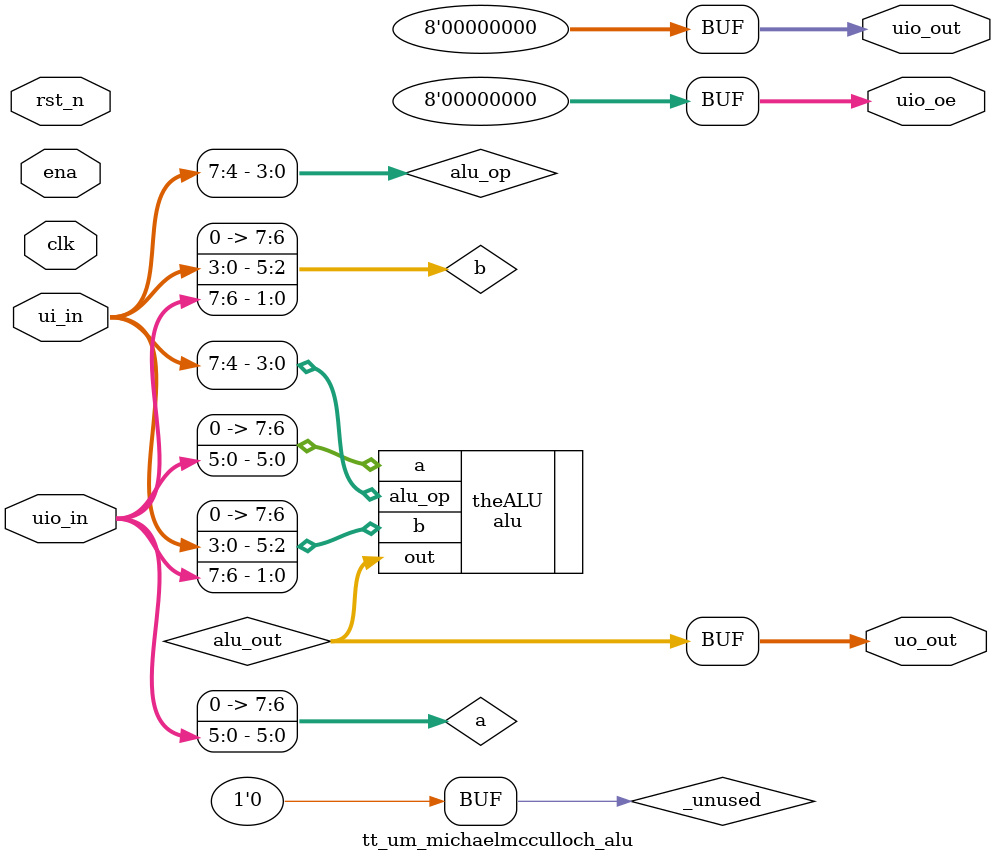
<source format=v>
/*
 * Copyright (c) 2024 Your Name
 * SPDX-License-Identifier: Apache-2.0
 */

`default_nettype none

module tt_um_michaelmcculloch_alu (
    input  wire [7:0] ui_in,    // Dedicated inputs
    output wire [7:0] uo_out,   // Dedicated outputs
    input  wire [7:0] uio_in,   // IOs: Input path
    output wire [7:0] uio_out,  // IOs: Output path
    output wire [7:0] uio_oe,   // IOs: Enable path (active high: 0=input, 1=output)
    input  wire       ena,      // always 1 when the design is powered, so you can ignore it
    input  wire       clk,      // clock
    input  wire       rst_n     // reset_n - low to reset
);

  // Instatiate the ALU:
  wire [7:0] a;
  wire [7:0] b;
  wire [3:0] alu_op;
  wire [7:0] alu_out;

  assign a = {2'b0, uio_in[5:0]};
  assign b = {2'b0, ui_in[3:0], uio_in[7:6]};
  assign alu_op = ui_in[7:4];

  alu theALU(.a(a), .b(b), .alu_op(alu_op), .out(alu_out));

  // All output pins must be assigned. If not used, assign to 0.
  assign uio_oe = 8'd0;  // All bidirectional will be inputs
  assign uio_out = 8'd0; // Not used
  assign uo_out = alu_out;

  // List all unused inputs to prevent warnings
  wire _unused = &{ena, clk, rst_n, 1'b0};



endmodule

</source>
